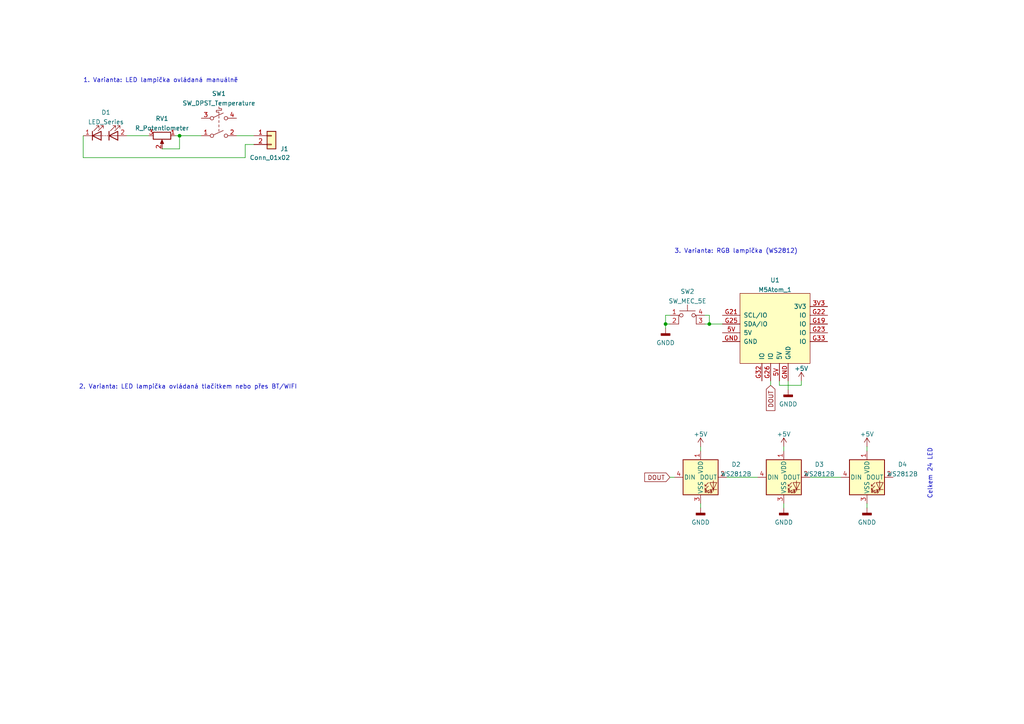
<source format=kicad_sch>
(kicad_sch (version 20211123) (generator eeschema)
  (paper "A4")
  (lib_symbols
    (symbol "Connector_Generic:Conn_01x02" (pin_names (offset 1.016) hide)
      (property "Reference" "J" (at 0 2.54 0))
      (property "Value" "Conn_01x02" (at 0 -5.08 0))
      (symbol "Conn_01x02_1_1"
        (rectangle (start -1.27 -2.413) (end 0 -2.667) (stroke (width 0.1524)))
        (rectangle (start -1.27 0.127) (end 0 -0.127) (stroke (width 0.1524)))
        (rectangle (start -1.27 1.27) (end 1.27 -3.81) (stroke (width 0.254)) (fill (type background)))
        (pin passive line (at -5.08 0 0) (length 3.81) (name "Pin_1") (number "1"))
        (pin passive line (at -5.08 -2.54 0) (length 3.81) (name "Pin_2") (number "2"))
      )
    )
    (symbol "Device:LED_Series" (pin_names (offset 1.016) hide)
      (property "Reference" "D" (at 0 5.715 0))
      (property "Value" "LED_Series" (at 0 3.81 0))
      (symbol "LED_Series_0_1"
        (polyline (pts (xy -3.81 0) (xy -1.016 0)))
        (polyline (pts (xy -3.683 -1.27) (xy -3.683 1.27)) (stroke (width 0.254)))
        (polyline (pts (xy -0.508 0) (xy -0.762 0)))
        (polyline (pts (xy 0.127 0) (xy -0.127 0)))
        (polyline (pts (xy 0.508 0) (xy 0.762 0)))
        (polyline (pts (xy 1.016 0) (xy 3.81 0)))
        (polyline (pts (xy 1.143 -1.27) (xy 1.143 1.27)) (stroke (width 0.254)))
        (polyline (pts (xy -1.143 -1.27) (xy -1.143 1.27) (xy -3.683 0) (xy -1.143 -1.27)) (stroke (width 0.254)))
        (polyline (pts (xy 3.683 -1.27) (xy 3.683 1.27) (xy 1.143 0) (xy 3.683 -1.27)) (stroke (width 0.254)))
        (polyline (pts (xy -3.302 1.397) (xy -1.778 2.921) (xy -2.54 2.921) (xy -1.778 2.921) (xy -1.778 2.159)))
        (polyline (pts (xy -2.032 1.397) (xy -0.508 2.921) (xy -1.27 2.921) (xy -0.508 2.921) (xy -0.508 2.159)))
        (polyline (pts (xy 1.524 1.397) (xy 3.048 2.921) (xy 2.286 2.921) (xy 3.048 2.921) (xy 3.048 2.159)))
        (polyline (pts (xy 2.794 1.397) (xy 4.318 2.921) (xy 3.556 2.921) (xy 4.318 2.921) (xy 4.318 2.159)))
      )
      (symbol "LED_Series_1_1"
        (pin passive line (at -6.35 0 0) (length 2.54) (name "K") (number "1"))
        (pin passive line (at 6.35 0 180) (length 2.54) (name "A") (number "2"))
      )
    )
    (symbol "Device:R_Potentiometer" (pin_names (offset 1.016) hide)
      (property "Reference" "RV" (at -4.445 0 90))
      (property "Value" "R_Potentiometer" (at -2.54 0 90))
      (symbol "R_Potentiometer_0_1"
        (polyline (pts (xy 2.54 0) (xy 1.524 0)))
        (polyline (pts (xy 1.143 0) (xy 2.286 0.508) (xy 2.286 -0.508) (xy 1.143 0)) (fill (type outline)))
        (rectangle (start 1.016 2.54) (end -1.016 -2.54) (stroke (width 0.254)))
      )
      (symbol "R_Potentiometer_1_1"
        (pin passive line (at 0 3.81 270) (length 1.27) (name "1") (number "1"))
        (pin passive line (at 3.81 0 180) (length 1.27) (name "2") (number "2"))
        (pin passive line (at 0 -3.81 90) (length 1.27) (name "3") (number "3"))
      )
    )
    (symbol "LED:WS2812B" (pin_names (offset 0.254))
      (property "Reference" "D" (at 5.08 5.715 0))
      (property "Value" "WS2812B" (at 1.27 -5.715 0))
      (symbol "WS2812B_0_0"
        (text "RGB" (at 2.286 -4.191 0) (effects (font (size 0.762 0.762))))
      )
      (symbol "WS2812B_0_1"
        (polyline (pts (xy 1.27 -3.556) (xy 1.778 -3.556)))
        (polyline (pts (xy 1.27 -2.54) (xy 1.778 -2.54)))
        (polyline (pts (xy 4.699 -3.556) (xy 2.667 -3.556)))
        (polyline (pts (xy 2.286 -2.54) (xy 1.27 -3.556) (xy 1.27 -3.048)))
        (polyline (pts (xy 2.286 -1.524) (xy 1.27 -2.54) (xy 1.27 -2.032)))
        (polyline (pts (xy 3.683 -1.016) (xy 3.683 -3.556) (xy 3.683 -4.064)))
        (polyline (pts (xy 4.699 -1.524) (xy 2.667 -1.524) (xy 3.683 -3.556) (xy 4.699 -1.524)))
        (rectangle (start 5.08 5.08) (end -5.08 -5.08) (stroke (width 0.254)) (fill (type background)))
      )
      (symbol "WS2812B_1_1"
        (pin power_in line (at 0 7.62 270) (length 2.54) (name "VDD") (number "1"))
        (pin output line (at 7.62 0 180) (length 2.54) (name "DOUT") (number "2"))
        (pin power_in line (at 0 -7.62 90) (length 2.54) (name "VSS") (number "3"))
        (pin input line (at -7.62 0 0) (length 2.54) (name "DIN") (number "4"))
      )
    )
    (symbol "SPS_elit:M5Atom_1" (pin_names (offset 1.016))
      (property "Reference" "U" (at -8.89 11.43 0))
      (property "Value" "M5Atom_1" (at 0 8.89 0))
      (symbol "M5Atom_1_0_1"
        (rectangle (start 10.16 -10.16) (end -10.16 10.16) (fill (type background)))
      )
      (symbol "M5Atom_1_1_1"
        (pin passive line (at 15.24 6.35 180) (length 5.08) (name "3V3") (number "3V3"))
        (pin passive line (at -15.24 -1.27 0) (length 5.08) (name "5V") (number "5V"))
        (pin passive line (at 1.27 -15.24 90) (length 5.08) (name "5V") (number "5V"))
        (pin passive line (at 15.24 1.27 180) (length 5.08) (name "IO") (number "G19"))
        (pin passive line (at -15.24 3.81 0) (length 5.08) (name "SCL/IO") (number "G21"))
        (pin passive line (at 15.24 3.81 180) (length 5.08) (name "IO") (number "G22"))
        (pin passive line (at 15.24 -1.27 180) (length 5.08) (name "IO") (number "G23"))
        (pin passive line (at -15.24 1.27 0) (length 5.08) (name "SDA/IO") (number "G25"))
        (pin passive line (at -1.27 -15.24 90) (length 5.08) (name "IO") (number "G26"))
        (pin passive line (at -3.81 -15.24 90) (length 5.08) (name "IO") (number "G32"))
        (pin passive line (at 15.24 -3.81 180) (length 5.08) (name "IO") (number "G33"))
        (pin passive line (at -15.24 -3.81 0) (length 5.08) (name "GND") (number "GND"))
        (pin passive line (at 3.81 -15.24 90) (length 5.08) (name "GND") (number "GND"))
      )
    )
    (symbol "Switch:SW_DPST_Temperature" (pin_names (offset 0) hide)
      (property "Reference" "SW" (at 1.524 5.334 0))
      (property "Value" "SW_DPST_Temperature" (at 0 -5.08 0))
      (symbol "SW_DPST_Temperature_0_0"
        (circle (center -2.032 -2.54) (radius 0.508))
        (circle (center -2.032 2.54) (radius 0.508))
        (polyline (pts (xy -1.524 -2.286) (xy 1.27 -1.016)))
        (polyline (pts (xy -1.524 2.794) (xy 1.27 4.064)))
        (polyline (pts (xy 0 -1.27) (xy 0 -0.635)))
        (polyline (pts (xy 0 0) (xy 0 0.635)))
        (polyline (pts (xy 0 1.27) (xy 0 1.905)))
        (polyline (pts (xy 0 2.54) (xy 0 3.175)))
        (polyline (pts (xy 0 3.556) (xy 0 4.318) (xy -0.762 4.318) (xy -0.762 4.826) (xy 0.762 4.826) (xy 0.762 5.334) (xy 0 5.334) (xy 0 5.842)))
        (circle (center 2.032 -2.54) (radius 0.508))
        (circle (center 2.032 2.54) (radius 0.508))
      )
      (symbol "SW_DPST_Temperature_1_1"
        (pin passive line (at -5.08 -2.54 0) (length 2.54) (name "1") (number "1"))
        (pin passive line (at 5.08 -2.54 180) (length 2.54) (name "2") (number "2"))
        (pin passive line (at -5.08 2.54 0) (length 2.54) (name "3") (number "3"))
        (pin passive line (at 5.08 2.54 180) (length 2.54) (name "4") (number "4"))
      )
    )
    (symbol "Switch:SW_MEC_5E" (pin_names (offset 1.016) hide)
      (property "Reference" "SW" (at 0.635 5.715 0))
      (property "Value" "SW_MEC_5E" (at 0 -3.175 0))
      (symbol "SW_MEC_5E_0_1"
        (circle (center -1.778 2.54) (radius 0.508))
        (polyline (pts (xy -2.286 3.81) (xy 2.286 3.81)))
        (polyline (pts (xy 0 3.81) (xy 0 5.588)))
        (polyline (pts (xy -2.54 0) (xy -2.54 2.54) (xy -2.286 2.54)))
        (polyline (pts (xy 2.54 0) (xy 2.54 2.54) (xy 2.286 2.54)))
        (circle (center 1.778 2.54) (radius 0.508))
        (pin passive line (at -5.08 2.54 0) (length 2.54) (name "1") (number "1"))
        (pin passive line (at -5.08 0 0) (length 2.54) (name "2") (number "2"))
        (pin passive line (at 5.08 0 180) (length 2.54) (name "K") (number "3"))
        (pin passive line (at 5.08 2.54 180) (length 2.54) (name "A") (number "4"))
      )
    )
    (symbol "power:+5V" (power) (pin_names (offset 0))
      (property "Value" "+5V" (at 0 3.556 0))
      (symbol "+5V_0_1"
        (polyline (pts (xy -0.762 1.27) (xy 0 2.54)))
        (polyline (pts (xy 0 0) (xy 0 2.54)))
        (polyline (pts (xy 0 2.54) (xy 0.762 1.27)))
      )
      (symbol "+5V_1_1"
        (pin power_in line (at 0 0 90) (length 0) hide (name "+5V") (number "1"))
      )
    )
    (symbol "power:GNDD" (power) (pin_names (offset 0))
      (property "Value" "GNDD" (at 0 -3.175 0))
      (symbol "GNDD_0_1"
        (rectangle (start -1.27 -1.524) (end 1.27 -2.032) (stroke (width 0.254)) (fill (type outline)))
        (polyline (pts (xy 0 0) (xy 0 -1.524)))
      )
      (symbol "GNDD_1_1"
        (pin power_in line (at 0 0 270) (length 0) hide (name "GNDD") (number "1"))
      )
    )
  )
  (junction (at 193.04 93.98))
  (junction (at 52.07 39.37))
  (junction (at 205.74 93.98))
  (wire (pts (xy 227.33 129.54) (xy 227.33 130.81)))
  (wire (pts (xy 193.04 93.98) (xy 194.31 93.98)))
  (wire (pts (xy 227.33 146.05) (xy 227.33 147.32)))
  (wire (pts (xy 24.13 45.72) (xy 71.12 45.72)))
  (wire (pts (xy 71.12 45.72) (xy 71.12 41.91)))
  (wire (pts (xy 50.8 39.37) (xy 52.07 39.37)))
  (wire (pts (xy 52.07 39.37) (xy 58.42 39.37)))
  (wire (pts (xy 52.07 43.18) (xy 52.07 39.37)))
  (wire (pts (xy 228.6 110.49) (xy 228.6 113.03)))
  (wire (pts (xy 24.13 39.37) (xy 24.13 45.72)))
  (wire (pts (xy 71.12 41.91) (xy 73.66 41.91)))
  (wire (pts (xy 203.2 146.05) (xy 203.2 147.32)))
  (wire (pts (xy 232.41 111.76) (xy 226.06 111.76)))
  (wire (pts (xy 205.74 91.44) (xy 205.74 93.98)))
  (wire (pts (xy 234.95 138.43) (xy 243.84 138.43)))
  (wire (pts (xy 46.99 43.18) (xy 52.07 43.18)))
  (wire (pts (xy 204.47 91.44) (xy 205.74 91.44)))
  (wire (pts (xy 232.41 110.49) (xy 232.41 111.76)))
  (wire (pts (xy 205.74 93.98) (xy 209.55 93.98)))
  (wire (pts (xy 204.47 93.98) (xy 205.74 93.98)))
  (wire (pts (xy 36.83 39.37) (xy 43.18 39.37)))
  (wire (pts (xy 68.58 39.37) (xy 73.66 39.37)))
  (wire (pts (xy 223.52 110.49) (xy 223.52 111.76)))
  (wire (pts (xy 194.31 138.43) (xy 195.58 138.43)))
  (wire (pts (xy 226.06 111.76) (xy 226.06 110.49)))
  (wire (pts (xy 193.04 91.44) (xy 193.04 93.98)))
  (wire (pts (xy 210.82 138.43) (xy 219.71 138.43)))
  (wire (pts (xy 194.31 91.44) (xy 193.04 91.44)))
  (wire (pts (xy 193.04 95.25) (xy 193.04 93.98)))
  (wire (pts (xy 251.46 146.05) (xy 251.46 147.32)))
  (wire (pts (xy 251.46 129.54) (xy 251.46 130.81)))
  (wire (pts (xy 203.2 129.54) (xy 203.2 130.81)))
  (text "Celkem 24 LED" (at 270.51 144.78 90) (effects (font (size 1.27 1.27)) (justify left bottom)))
  (text "2. Varianta: LED lampička ovládaná tlačítkem nebo přes BT/WIFI" (at 22.86 113.03 0) (effects (font (size 1.27 1.27)) (justify left bottom)))
  (text "3. Varianta: RGB lampička (WS2812)" (at 195.58 73.66 0) (effects (font (size 1.27 1.27)) (justify left bottom)))
  (text "1. Varianta: LED lampička ovládaná manuálně" (at 24.13 24.13 0) (effects (font (size 1.27 1.27)) (justify left bottom)))
  (global_label "DOUT" (shape input) (at 223.52 111.76 270) (property "Intersheet References" "${INTERSHEET_REFS}" (effects hide)))
  (global_label "DOUT" (shape input) (at 194.31 138.43 180) (property "Intersheet References" "${INTERSHEET_REFS}" (effects hide)))
  (symbol (lib_id "power:GNDD") (at 227.33 147.32 0) (unit 1)
    (property "Reference" "#PWR05" (effects hide))
    (property "Value" "GNDD" (at 227.33 151.5015 0))
  )
  (symbol (lib_id "LED:WS2812B") (at 227.33 138.43 0) (unit 1)
    (property "Reference" "D3" (at 237.6359 134.7048 0))
    (property "Value" "WS2812B" (at 237.6359 137.4799 0))
    (property "Footprint" "LED_SMD:LED_WS2812B_PLCC4_5.0x5.0mm_P3.2mm" (effects hide))
    (property "Datasheet" "https://cdn-shop.adafruit.com/datasheets/WS2812B.pdf" (effects hide))
  )
  (symbol (lib_id "Connector_Generic:Conn_01x02") (at 78.74 39.37 0) (unit 1)
    (property "Reference" "J1" (at 81.28 43.18 0) (effects (justify left)))
    (property "Value" "Conn_01x02" (at 72.39 45.72 0) (effects (justify left)))
  )
  (symbol (lib_id "SPS_elit:M5Atom_1") (at 224.79 95.25 0) (unit 1)
    (property "Reference" "U1" (at 224.79 81.2505 0))
    (property "Value" "M5Atom_1" (at 224.79 84.0256 0))
  )
  (symbol (lib_id "LED:WS2812B") (at 251.46 138.43 0) (unit 1)
    (property "Reference" "D4" (at 261.7659 134.7048 0))
    (property "Value" "WS2812B" (at 261.7659 137.4799 0))
    (property "Footprint" "LED_SMD:LED_WS2812B_PLCC4_5.0x5.0mm_P3.2mm" (effects hide))
    (property "Datasheet" "https://cdn-shop.adafruit.com/datasheets/WS2812B.pdf" (effects hide))
  )
  (symbol (lib_id "power:GNDD") (at 203.2 147.32 0) (unit 1)
    (property "Reference" "#PWR03" (effects hide))
    (property "Value" "GNDD" (at 203.2 151.5015 0))
  )
  (symbol (lib_id "power:GNDD") (at 228.6 113.03 0) (unit 1)
    (property "Reference" "#PWR06" (effects hide))
    (property "Value" "GNDD" (at 228.6 117.2115 0))
  )
  (symbol (lib_id "Switch:SW_MEC_5E") (at 199.39 93.98 0) (unit 1)
    (property "Reference" "SW2" (at 199.39 84.5525 0))
    (property "Value" "SW_MEC_5E" (at 199.39 87.3276 0))
    (property "Datasheet" "http://www.apem.com/int/index.php?controller=attachment&id_attachment=1371" (effects hide))
  )
  (symbol (lib_id "power:+5V") (at 203.2 129.54 0) (unit 1)
    (property "Reference" "#PWR02" (effects hide))
    (property "Value" "+5V" (at 203.2 125.9355 0))
  )
  (symbol (lib_id "Switch:SW_DPST_Temperature") (at 63.5 36.83 0) (unit 1)
    (property "Reference" "SW1" (at 63.5 27.1485 0))
    (property "Value" "SW_DPST_Temperature" (at 63.5 29.9236 0))
  )
  (symbol (lib_id "power:GNDD") (at 251.46 147.32 0) (unit 1)
    (property "Reference" "#PWR09" (effects hide))
    (property "Value" "GNDD" (at 251.46 151.5015 0))
  )
  (symbol (lib_id "Device:R_Potentiometer") (at 46.99 39.37 270) (unit 1)
    (property "Reference" "RV1" (at 46.99 34.3875 90))
    (property "Value" "R_Potentiometer" (at 46.99 37.1626 90))
  )
  (symbol (lib_id "power:+5V") (at 227.33 129.54 0) (unit 1)
    (property "Reference" "#PWR04" (effects hide))
    (property "Value" "+5V" (at 227.33 125.9355 0))
  )
  (symbol (lib_id "LED:WS2812B") (at 203.2 138.43 0) (unit 1)
    (property "Reference" "D2" (at 213.5059 134.7048 0))
    (property "Value" "WS2812B" (at 213.5059 137.4799 0))
    (property "Footprint" "LED_SMD:LED_WS2812B_PLCC4_5.0x5.0mm_P3.2mm" (effects hide))
    (property "Datasheet" "https://cdn-shop.adafruit.com/datasheets/WS2812B.pdf" (effects hide))
  )
  (symbol (lib_id "power:GNDD") (at 193.04 95.25 0) (unit 1)
    (property "Reference" "#PWR01" (effects hide))
    (property "Value" "GNDD" (at 193.04 99.4315 0))
  )
  (symbol (lib_id "power:+5V") (at 232.41 110.49 0) (unit 1)
    (property "Reference" "#PWR07" (effects hide))
    (property "Value" "+5V" (at 232.41 106.8855 0))
  )
  (symbol (lib_id "Device:LED_Series") (at 30.48 39.37 0) (unit 1)
    (property "Reference" "D1" (at 30.734 32.6095 0))
    (property "Value" "LED_Series" (at 30.734 35.3846 0))
  )
  (symbol (lib_id "power:+5V") (at 251.46 129.54 0) (unit 1)
    (property "Reference" "#PWR08" (effects hide))
    (property "Value" "+5V" (at 251.46 125.9355 0))
  )
)
</source>
